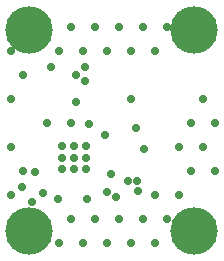
<source format=gbr>
%TF.GenerationSoftware,Altium Limited,Altium Designer,21.3.2 (30)*%
G04 Layer_Color=16711935*
%FSLAX26Y26*%
%MOIN*%
%TF.SameCoordinates,7249F2FC-C291-4BAF-AEBD-B68F3D0C2602*%
%TF.FilePolarity,Negative*%
%TF.FileFunction,Soldermask,Bot*%
%TF.Part,Single*%
G01*
G75*
%TA.AperFunction,ViaPad*%
%ADD22C,0.158000*%
%ADD23C,0.028000*%
D22*
X4130000Y3350000D02*
D03*
Y2680000D02*
D03*
X3580000D02*
D03*
Y3350000D02*
D03*
D23*
X4160000Y3120000D02*
D03*
X4200000Y3040000D02*
D03*
X4160000Y2960000D02*
D03*
X4200000Y2880000D02*
D03*
X4120000Y3040000D02*
D03*
X4080000Y2960000D02*
D03*
X4120000Y2880000D02*
D03*
X4080000Y2800000D02*
D03*
X4040000Y3360000D02*
D03*
X4000000Y3280000D02*
D03*
Y2800000D02*
D03*
X4040000Y2720000D02*
D03*
X4000000Y2640000D02*
D03*
X3960000Y3360000D02*
D03*
X3920000Y3280000D02*
D03*
Y3120000D02*
D03*
X3960000Y2720000D02*
D03*
X3920000Y2640000D02*
D03*
X3880000Y3360000D02*
D03*
X3840000Y3280000D02*
D03*
X3880000Y2720000D02*
D03*
X3840000Y2640000D02*
D03*
X3800000Y3360000D02*
D03*
X3760000Y3280000D02*
D03*
X3800000Y2720000D02*
D03*
X3760000Y2640000D02*
D03*
X3720000Y3360000D02*
D03*
X3680000Y3280000D02*
D03*
X3720000Y3040000D02*
D03*
Y2720000D02*
D03*
X3680000Y2640000D02*
D03*
X3640000Y3040000D02*
D03*
X3520000Y3280000D02*
D03*
X3560000Y3200000D02*
D03*
X3520000Y3120000D02*
D03*
Y2960000D02*
D03*
X3560000Y2880000D02*
D03*
X3520000Y2800000D02*
D03*
X3555000Y2827000D02*
D03*
X3871000Y2793000D02*
D03*
X3772000Y2786000D02*
D03*
X3675000Y2787000D02*
D03*
X3964342Y2954945D02*
D03*
X3937299Y3025205D02*
D03*
X3852000Y2869000D02*
D03*
X3909000Y2848000D02*
D03*
X3939000D02*
D03*
X3628000Y2808000D02*
D03*
X3599000Y2878000D02*
D03*
X3589000Y2777000D02*
D03*
X3735000Y3200000D02*
D03*
X3779213Y3037417D02*
D03*
X3736000Y3110905D02*
D03*
X3839000Y2811000D02*
D03*
X3944000Y2812000D02*
D03*
X3765000Y3180000D02*
D03*
Y3228000D02*
D03*
X3654472Y3227528D02*
D03*
X3834000Y3000000D02*
D03*
X3769370Y2964370D02*
D03*
Y2925000D02*
D03*
Y2885630D02*
D03*
X3730000Y2964370D02*
D03*
Y2925000D02*
D03*
Y2885630D02*
D03*
X3690630Y2964370D02*
D03*
Y2925000D02*
D03*
Y2885630D02*
D03*
%TF.MD5,18b076c6fc8287ddc80925a8935551d6*%
M02*

</source>
